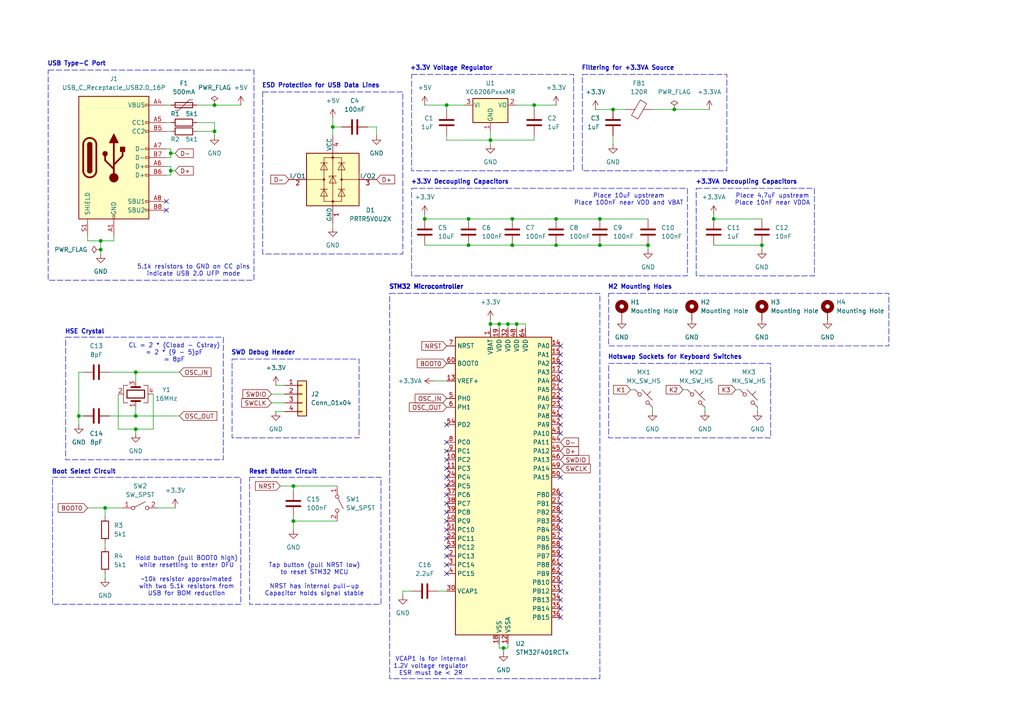
<source format=kicad_sch>
(kicad_sch (version 20231120) (generator "eeschema") (generator_version "8.0")
  (paper "A4")
  (title_block (title "Cloverpad MX") (date "2024-05-14") (rev "2"))
  (lib_symbols
    (symbol "Connector:USB_C_Receptacle_USB2.0_16P" (pin_names (offset 1.016))
      (property "Reference" "J" (at 0 22.225 0))
      (property "Value" "USB_C_Receptacle_USB2.0_16P" (at 0 19.685 0))
      (symbol "USB_C_Receptacle_USB2.0_16P_1_1"
        (pin passive line (at 0 -22.86 90) (length 5.08) (name "GND") (number "A1"))
        (pin passive line (at 0 -22.86 90) (length 5.08) hide (name "GND") (number "A12"))
        (pin passive line (at 15.24 15.24 180) (length 5.08) (name "VBUS") (number "A4"))
        (pin bidirectional line (at 15.24 10.16 180) (length 5.08) (name "CC1") (number "A5"))
        (pin bidirectional line (at 15.24 -2.54 180) (length 5.08) (name "D+") (number "A6"))
        (pin bidirectional line (at 15.24 2.54 180) (length 5.08) (name "D-") (number "A7"))
        (pin bidirectional line (at 15.24 -12.7 180) (length 5.08) (name "SBU1") (number "A8"))
        (pin passive line (at 15.24 15.24 180) (length 5.08) hide (name "VBUS") (number "A9"))
        (pin passive line (at 0 -22.86 90) (length 5.08) hide (name "GND") (number "B1"))
        (pin passive line (at 0 -22.86 90) (length 5.08) hide (name "GND") (number "B12"))
        (pin passive line (at 15.24 15.24 180) (length 5.08) hide (name "VBUS") (number "B4"))
        (pin bidirectional line (at 15.24 7.62 180) (length 5.08) (name "CC2") (number "B5"))
        (pin bidirectional line (at 15.24 -5.08 180) (length 5.08) (name "D+") (number "B6"))
        (pin bidirectional line (at 15.24 0 180) (length 5.08) (name "D-") (number "B7"))
        (pin bidirectional line (at 15.24 -15.24 180) (length 5.08) (name "SBU2") (number "B8"))
        (pin passive line (at 15.24 15.24 180) (length 5.08) hide (name "VBUS") (number "B9"))
        (pin passive line (at -7.62 -22.86 90) (length 5.08) (name "SHIELD") (number "S1"))
      )
    )
    (symbol "Connector_Generic:Conn_01x04" (pin_names (offset 1.016) hide)
      (property "Reference" "J" (at 0 5.08 0))
      (property "Value" "Conn_01x04" (at 0 -7.62 0))
      (symbol "Conn_01x04_1_1"
        (pin passive line (at -5.08 2.54 0) (length 3.81) (name "Pin_1") (number "1"))
        (pin passive line (at -5.08 0 0) (length 3.81) (name "Pin_2") (number "2"))
        (pin passive line (at -5.08 -2.54 0) (length 3.81) (name "Pin_3") (number "3"))
        (pin passive line (at -5.08 -5.08 0) (length 3.81) (name "Pin_4") (number "4"))
      )
    )
    (symbol "Device:C" (pin_numbers hide) (pin_names (offset 0.254))
      (property "Reference" "C" (at 0.635 2.54 0))
      (property "Value" "C" (at 0.635 -2.54 0))
      (symbol "C_1_1"
        (pin passive line (at 0 3.81 270) (length 2.794) (name "~") (number "1"))
        (pin passive line (at 0 -3.81 90) (length 2.794) (name "~") (number "2"))
      )
    )
    (symbol "Device:Crystal_GND24" (pin_names (offset 1.016) hide)
      (property "Reference" "Y" (at 3.175 5.08 0))
      (property "Value" "Crystal_GND24" (at 3.175 3.175 0))
      (symbol "Crystal_GND24_1_1"
        (pin passive line (at -3.81 0 0) (length 1.27) (name "1") (number "1"))
        (pin passive line (at 0 5.08 270) (length 1.27) (name "2") (number "2"))
        (pin passive line (at 3.81 0 180) (length 1.27) (name "3") (number "3"))
        (pin passive line (at 0 -5.08 90) (length 1.27) (name "4") (number "4"))
      )
    )
    (symbol "Device:FerriteBead" (pin_numbers hide) (pin_names (offset 0))
      (property "Reference" "FB" (at -3.81 0.635 90))
      (property "Value" "FerriteBead" (at 3.81 0 90))
      (symbol "FerriteBead_1_1"
        (pin passive line (at 0 3.81 270) (length 2.54) (name "~") (number "1"))
        (pin passive line (at 0 -3.81 90) (length 2.54) (name "~") (number "2"))
      )
    )
    (symbol "Device:Polyfuse" (pin_numbers hide) (pin_names (offset 0))
      (property "Reference" "F" (at -2.54 0 90))
      (property "Value" "Polyfuse" (at 2.54 0 90))
      (symbol "Polyfuse_1_1"
        (pin passive line (at 0 3.81 270) (length 1.27) (name "~") (number "1"))
        (pin passive line (at 0 -3.81 90) (length 1.27) (name "~") (number "2"))
      )
    )
    (symbol "Device:R" (pin_numbers hide) (pin_names (offset 0))
      (property "Reference" "R" (at 2.032 0 90))
      (property "Value" "R" (at 0 0 90))
      (symbol "R_1_1"
        (pin passive line (at 0 3.81 270) (length 1.27) (name "~") (number "1"))
        (pin passive line (at 0 -3.81 90) (length 1.27) (name "~") (number "2"))
      )
    )
    (symbol "MCU_ST_STM32F4:STM32F401RCTx"
      (property "Reference" "U" (at -12.7 44.45 0))
      (property "Value" "STM32F401RCTx" (at 10.16 44.45 0))
      (symbol "STM32F401RCTx_1_1"
        (pin power_in line (at -2.54 45.72 270) (length 2.54) (name "VBAT") (number "1"))
        (pin bidirectional line (at -15.24 7.62 0) (length 2.54) (name "PC2") (number "10"))
        (pin bidirectional line (at -15.24 5.08 0) (length 2.54) (name "PC3") (number "11"))
        (pin power_in line (at 2.54 -45.72 90) (length 2.54) (name "VSSA") (number "12"))
        (pin input line (at -15.24 30.48 0) (length 2.54) (name "VREF+") (number "13"))
        (pin bidirectional line (at 17.78 40.64 180) (length 2.54) (name "PA0") (number "14"))
        (pin bidirectional line (at 17.78 38.1 180) (length 2.54) (name "PA1") (number "15"))
        (pin bidirectional line (at 17.78 35.56 180) (length 2.54) (name "PA2") (number "16"))
        (pin bidirectional line (at 17.78 33.02 180) (length 2.54) (name "PA3") (number "17"))
        (pin power_in line (at 0 -45.72 90) (length 2.54) (name "VSS") (number "18"))
        (pin power_in line (at 0 45.72 270) (length 2.54) (name "VDD") (number "19"))
        (pin bidirectional line (at -15.24 -20.32 0) (length 2.54) (name "PC13") (number "2"))
        (pin bidirectional line (at 17.78 30.48 180) (length 2.54) (name "PA4") (number "20"))
        (pin bidirectional line (at 17.78 27.94 180) (length 2.54) (name "PA5") (number "21"))
        (pin bidirectional line (at 17.78 25.4 180) (length 2.54) (name "PA6") (number "22"))
        (pin bidirectional line (at 17.78 22.86 180) (length 2.54) (name "PA7") (number "23"))
        (pin bidirectional line (at -15.24 2.54 0) (length 2.54) (name "PC4") (number "24"))
        (pin bidirectional line (at -15.24 0 0) (length 2.54) (name "PC5") (number "25"))
        (pin bidirectional line (at 17.78 -2.54 180) (length 2.54) (name "PB0") (number "26"))
        (pin bidirectional line (at 17.78 -5.08 180) (length 2.54) (name "PB1") (number "27"))
        (pin bidirectional line (at 17.78 -7.62 180) (length 2.54) (name "PB2") (number "28"))
        (pin bidirectional line (at 17.78 -27.94 180) (length 2.54) (name "PB10") (number "29"))
        (pin bidirectional line (at -15.24 -22.86 0) (length 2.54) (name "PC14") (number "3"))
        (pin power_out line (at -15.24 -30.48 0) (length 2.54) (name "VCAP1") (number "30"))
        (pin passive line (at 0 -45.72 90) (length 2.54) hide (name "VSS") (number "31"))
        (pin power_in line (at 2.54 45.72 270) (length 2.54) (name "VDD") (number "32"))
        (pin bidirectional line (at 17.78 -30.48 180) (length 2.54) (name "PB12") (number "33"))
        (pin bidirectional line (at 17.78 -33.02 180) (length 2.54) (name "PB13") (number "34"))
        (pin bidirectional line (at 17.78 -35.56 180) (length 2.54) (name "PB14") (number "35"))
        (pin bidirectional line (at 17.78 -38.1 180) (length 2.54) (name "PB15") (number "36"))
        (pin bidirectional line (at -15.24 -2.54 0) (length 2.54) (name "PC6") (number "37"))
        (pin bidirectional line (at -15.24 -5.08 0) (length 2.54) (name "PC7") (number "38"))
        (pin bidirectional line (at -15.24 -7.62 0) (length 2.54) (name "PC8") (number "39"))
        (pin bidirectional line (at -15.24 -25.4 0) (length 2.54) (name "PC15") (number "4"))
        (pin bidirectional line (at -15.24 -10.16 0) (length 2.54) (name "PC9") (number "40"))
        (pin bidirectional line (at 17.78 20.32 180) (length 2.54) (name "PA8") (number "41"))
        (pin bidirectional line (at 17.78 17.78 180) (length 2.54) (name "PA9") (number "42"))
        (pin bidirectional line (at 17.78 15.24 180) (length 2.54) (name "PA10") (number "43"))
        (pin bidirectional line (at 17.78 12.7 180) (length 2.54) (name "PA11") (number "44"))
        (pin bidirectional line (at 17.78 10.16 180) (length 2.54) (name "PA12") (number "45"))
        (pin bidirectional line (at 17.78 7.62 180) (length 2.54) (name "PA13") (number "46"))
        (pin passive line (at 0 -45.72 90) (length 2.54) hide (name "VSS") (number "47"))
        (pin power_in line (at 5.08 45.72 270) (length 2.54) (name "VDD") (number "48"))
        (pin bidirectional line (at 17.78 5.08 180) (length 2.54) (name "PA14") (number "49"))
        (pin bidirectional line (at -15.24 25.4 0) (length 2.54) (name "PH0") (number "5"))
        (pin bidirectional line (at 17.78 2.54 180) (length 2.54) (name "PA15") (number "50"))
        (pin bidirectional line (at -15.24 -12.7 0) (length 2.54) (name "PC10") (number "51"))
        (pin bidirectional line (at -15.24 -15.24 0) (length 2.54) (name "PC11") (number "52"))
        (pin bidirectional line (at -15.24 -17.78 0) (length 2.54) (name "PC12") (number "53"))
        (pin bidirectional line (at -15.24 17.78 0) (length 2.54) (name "PD2") (number "54"))
        (pin bidirectional line (at 17.78 -10.16 180) (length 2.54) (name "PB3") (number "55"))
        (pin bidirectional line (at 17.78 -12.7 180) (length 2.54) (name "PB4") (number "56"))
        (pin bidirectional line (at 17.78 -15.24 180) (length 2.54) (name "PB5") (number "57"))
        (pin bidirectional line (at 17.78 -17.78 180) (length 2.54) (name "PB6") (number "58"))
        (pin bidirectional line (at 17.78 -20.32 180) (length 2.54) (name "PB7") (number "59"))
        (pin bidirectional line (at -15.24 22.86 0) (length 2.54) (name "PH1") (number "6"))
        (pin input line (at -15.24 35.56 0) (length 2.54) (name "BOOT0") (number "60"))
        (pin bidirectional line (at 17.78 -22.86 180) (length 2.54) (name "PB8") (number "61"))
        (pin bidirectional line (at 17.78 -25.4 180) (length 2.54) (name "PB9") (number "62"))
        (pin passive line (at 0 -45.72 90) (length 2.54) hide (name "VSS") (number "63"))
        (pin power_in line (at 7.62 45.72 270) (length 2.54) (name "VDD") (number "64"))
        (pin input line (at -15.24 40.64 0) (length 2.54) (name "NRST") (number "7"))
        (pin bidirectional line (at -15.24 12.7 0) (length 2.54) (name "PC0") (number "8"))
        (pin bidirectional line (at -15.24 10.16 0) (length 2.54) (name "PC1") (number "9"))
      )
    )
    (symbol "Mechanical:MountingHole_Pad" (pin_numbers hide) (pin_names (offset 1.016) hide) (exclude_from_sim yes) (in_bom no)
      (property "Reference" "H" (at 0 6.35 0))
      (property "Value" "MountingHole_Pad" (at 0 4.445 0))
      (symbol "MountingHole_Pad_1_1"
        (pin input line (at 0 -2.54 90) (length 2.54) (name "1") (number "1"))
      )
    )
    (symbol "PCM_marbastlib-mx:MX_SW_HS_CPG151101S11" (pin_numbers hide) (pin_names (offset 1.016) hide)
      (property "Reference" "MX" (at 3.048 1.016 0))
      (property "Value" "MX_SW_HS" (at 0 -3.81 0))
      (symbol "MX_SW_HS_CPG151101S11_0_1"
        (pin passive line (at -2.54 2.54 0) (length 0) (name "1") (number "1"))
        (pin passive line (at 2.54 -2.54 180) (length 0) (name "2") (number "2"))
      )
    )
    (symbol "Power_Protection:PRTR5V0U2X" (pin_names (offset 0))
      (property "Reference" "D" (at 2.794 8.636 0))
      (property "Value" "PRTR5V0U2X" (at 8.128 -9.398 0))
      (symbol "PRTR5V0U2X_1_1"
        (pin passive line (at 0 -12.7 90) (length 5.08) (name "GND") (number "1"))
        (pin passive line (at -12.7 0 0) (length 5.08) (name "I/O1") (number "2"))
        (pin passive line (at 12.7 0 180) (length 5.08) (name "I/O2") (number "3"))
        (pin passive line (at 0 12.7 270) (length 5.08) (name "VCC") (number "4"))
      )
    )
    (symbol "Regulator_Linear:XC6206PxxxMR" (pin_names (offset 0.254))
      (property "Reference" "U" (at -3.81 3.175 0))
      (property "Value" "XC6206PxxxMR" (at 0 3.175 0))
      (symbol "XC6206PxxxMR_1_1"
        (pin power_in line (at 0 -7.62 90) (length 2.54) (name "GND") (number "1"))
        (pin power_out line (at 7.62 0 180) (length 2.54) (name "VO") (number "2"))
        (pin power_in line (at -7.62 0 0) (length 2.54) (name "VI") (number "3"))
      )
    )
    (symbol "Switch:SW_SPST" (pin_names (offset 0) hide)
      (property "Reference" "SW" (at 0 3.175 0))
      (property "Value" "SW_SPST" (at 0 -2.54 0))
      (symbol "SW_SPST_1_1"
        (pin passive line (at -5.08 0 0) (length 2.54) (name "A") (number "1"))
        (pin passive line (at 5.08 0 180) (length 2.54) (name "B") (number "2"))
      )
    )
    (symbol "power:+3.3V" (power) (pin_numbers hide) (pin_names (offset 0) hide)
      (property "Value" "+3.3V" (at 0 3.556 0))
      (symbol "+3.3V_1_1"
        (pin power_in line (at 0 0 90) (length 0) (name "~") (number "1"))
      )
    )
    (symbol "power:+3.3VA" (power) (pin_numbers hide) (pin_names (offset 0) hide)
      (property "Value" "+3.3VA" (at 0 3.556 0))
      (symbol "+3.3VA_1_1"
        (pin power_in line (at 0 0 90) (length 0) (name "~") (number "1"))
      )
    )
    (symbol "power:+5V" (power) (pin_numbers hide) (pin_names (offset 0) hide)
      (property "Value" "+5V" (at 0 3.556 0))
      (symbol "+5V_1_1"
        (pin power_in line (at 0 0 90) (length 0) (name "~") (number "1"))
      )
    )
    (symbol "power:GND" (power) (pin_numbers hide) (pin_names (offset 0) hide)
      (property "Value" "GND" (at 0 -3.81 0))
      (symbol "GND_1_1"
        (pin power_in line (at 0 0 270) (length 0) (name "~") (number "1"))
      )
    )
    (symbol "power:PWR_FLAG" (power) (pin_numbers hide) (pin_names (offset 0) hide)
      (property "Value" "PWR_FLAG" (at 0 3.81 0))
      (symbol "PWR_FLAG_0_0"
        (pin power_out line (at 0 0 90) (length 0) (name "~") (number "1"))
      )
    )
  )
  (junction (at 29.21 69.85))
  (junction (at 149.86 93.98))
  (junction (at 49.53 44.45))
  (junction (at 39.37 107.95))
  (junction (at 220.98 71.12))
  (junction (at 177.8 31.75))
  (junction (at 195.58 31.75))
  (junction (at 29.21 72.39))
  (junction (at 148.59 71.12))
  (junction (at 161.29 63.5))
  (junction (at 129.54 30.48))
  (junction (at 39.37 124.46))
  (junction (at 96.52 36.83))
  (junction (at 62.23 38.1))
  (junction (at 142.24 40.64))
  (junction (at 49.53 49.53))
  (junction (at 22.86 120.65))
  (junction (at 39.37 120.65))
  (junction (at 142.24 93.98))
  (junction (at 85.09 151.13))
  (junction (at 207.01 63.5))
  (junction (at 135.89 63.5))
  (junction (at 173.99 71.12))
  (junction (at 187.96 71.12))
  (junction (at 147.32 93.98))
  (junction (at 161.29 71.12))
  (junction (at 30.48 147.32))
  (junction (at 135.89 71.12))
  (junction (at 154.94 30.48))
  (junction (at 144.78 93.98))
  (junction (at 146.05 187.96))
  (junction (at 62.23 30.48))
  (junction (at 85.09 140.97))
  (junction (at 123.19 63.5))
  (junction (at 148.59 63.5))
  (junction (at 173.99 63.5))
  (no_connect (at 129.54 161.29))
  (no_connect (at 129.54 166.37))
  (no_connect (at 162.56 115.57))
  (no_connect (at 162.56 125.73))
  (no_connect (at 162.56 173.99))
  (no_connect (at 162.56 179.07))
  (no_connect (at 129.54 146.05))
  (no_connect (at 129.54 128.27))
  (no_connect (at 162.56 107.95))
  (no_connect (at 162.56 151.13))
  (no_connect (at 162.56 176.53))
  (no_connect (at 48.26 58.42))
  (no_connect (at 162.56 143.51))
  (no_connect (at 129.54 143.51))
  (no_connect (at 162.56 120.65))
  (no_connect (at 162.56 146.05))
  (no_connect (at 129.54 163.83))
  (no_connect (at 162.56 166.37))
  (no_connect (at 129.54 133.35))
  (no_connect (at 162.56 123.19))
  (no_connect (at 129.54 140.97))
  (no_connect (at 162.56 156.21))
  (no_connect (at 129.54 135.89))
  (no_connect (at 129.54 153.67))
  (no_connect (at 162.56 148.59))
  (no_connect (at 162.56 118.11))
  (no_connect (at 162.56 158.75))
  (no_connect (at 162.56 100.33))
  (no_connect (at 162.56 110.49))
  (no_connect (at 129.54 123.19))
  (no_connect (at 48.26 60.96))
  (no_connect (at 162.56 113.03))
  (no_connect (at 162.56 105.41))
  (no_connect (at 162.56 168.91))
  (no_connect (at 129.54 138.43))
  (no_connect (at 129.54 151.13))
  (no_connect (at 162.56 153.67))
  (no_connect (at 129.54 148.59))
  (no_connect (at 129.54 158.75))
  (no_connect (at 162.56 161.29))
  (no_connect (at 162.56 138.43))
  (no_connect (at 162.56 102.87))
  (no_connect (at 129.54 156.21))
  (no_connect (at 129.54 130.81))
  (no_connect (at 162.56 163.83))
  (no_connect (at 162.56 171.45))
  (wire (pts (xy 207.01 62.23) (xy 207.01 63.5)))
  (wire (pts (xy 204.47 118.11) (xy 204.47 119.38)))
  (wire (pts (xy 78.74 116.84) (xy 82.55 116.84)))
  (wire (pts (xy 48.26 35.56) (xy 49.53 35.56)))
  (wire (pts (xy 22.86 120.65) (xy 24.13 120.65)))
  (wire (pts (xy 29.21 72.39) (xy 29.21 73.66)))
  (wire (pts (xy 106.68 36.83) (xy 109.22 36.83)))
  (wire (pts (xy 62.23 35.56) (xy 62.23 38.1)))
  (wire (pts (xy 116.84 171.45) (xy 119.38 171.45)))
  (wire (pts (xy 25.4 69.85) (xy 29.21 69.85)))
  (wire (pts (xy 96.52 36.83) (xy 96.52 39.37)))
  (wire (pts (xy 39.37 107.95) (xy 39.37 110.49)))
  (wire (pts (xy 142.24 40.64) (xy 142.24 41.91)))
  (wire (pts (xy 22.86 107.95) (xy 22.86 120.65)))
  (wire (pts (xy 109.22 36.83) (xy 109.22 39.37)))
  (wire (pts (xy 154.94 40.64) (xy 142.24 40.64)))
  (wire (pts (xy 49.53 48.26) (xy 49.53 49.53)))
  (wire (pts (xy 30.48 147.32) (xy 35.56 147.32)))
  (wire (pts (xy 25.4 68.58) (xy 25.4 69.85)))
  (wire (pts (xy 29.21 69.85) (xy 33.02 69.85)))
  (wire (pts (xy 147.32 93.98) (xy 147.32 95.25)))
  (wire (pts (xy 30.48 157.48) (xy 30.48 158.75)))
  (wire (pts (xy 123.19 30.48) (xy 129.54 30.48)))
  (wire (pts (xy 34.29 124.46) (xy 39.37 124.46)))
  (wire (pts (xy 147.32 93.98) (xy 144.78 93.98)))
  (wire (pts (xy 22.86 120.65) (xy 22.86 123.19)))
  (wire (pts (xy 39.37 118.11) (xy 39.37 120.65)))
  (wire (pts (xy 161.29 63.5) (xy 173.99 63.5)))
  (wire (pts (xy 154.94 30.48) (xy 154.94 31.75)))
  (wire (pts (xy 48.26 43.18) (xy 49.53 43.18)))
  (wire (pts (xy 144.78 186.69) (xy 144.78 187.96)))
  (wire (pts (xy 142.24 92.71) (xy 142.24 93.98)))
  (wire (pts (xy 123.19 63.5) (xy 135.89 63.5)))
  (wire (pts (xy 147.32 187.96) (xy 146.05 187.96)))
  (wire (pts (xy 144.78 93.98) (xy 144.78 95.25)))
  (wire (pts (xy 85.09 151.13) (xy 85.09 153.67)))
  (wire (pts (xy 129.54 30.48) (xy 134.62 30.48)))
  (wire (pts (xy 135.89 71.12) (xy 148.59 71.12)))
  (wire (pts (xy 62.23 30.48) (xy 69.85 30.48)))
  (wire (pts (xy 161.29 71.12) (xy 173.99 71.12)))
  (wire (pts (xy 48.26 38.1) (xy 49.53 38.1)))
  (wire (pts (xy 142.24 38.1) (xy 142.24 40.64)))
  (wire (pts (xy 125.73 110.49) (xy 129.54 110.49)))
  (wire (pts (xy 25.4 147.32) (xy 30.48 147.32)))
  (wire (pts (xy 148.59 63.5) (xy 161.29 63.5)))
  (wire (pts (xy 154.94 30.48) (xy 161.29 30.48)))
  (wire (pts (xy 85.09 151.13) (xy 97.79 151.13)))
  (wire (pts (xy 213.36 113.03) (xy 214.63 113.03)))
  (wire (pts (xy 49.53 50.8) (xy 49.53 49.53)))
  (wire (pts (xy 154.94 39.37) (xy 154.94 40.64)))
  (wire (pts (xy 49.53 44.45) (xy 50.8 44.45)))
  (wire (pts (xy 85.09 140.97) (xy 97.79 140.97)))
  (wire (pts (xy 129.54 39.37) (xy 129.54 40.64)))
  (wire (pts (xy 45.72 147.32) (xy 50.8 147.32)))
  (wire (pts (xy 30.48 166.37) (xy 30.48 167.64)))
  (wire (pts (xy 129.54 30.48) (xy 129.54 31.75)))
  (wire (pts (xy 147.32 186.69) (xy 147.32 187.96)))
  (wire (pts (xy 85.09 149.86) (xy 85.09 151.13)))
  (wire (pts (xy 219.71 118.11) (xy 219.71 119.38)))
  (wire (pts (xy 31.75 107.95) (xy 39.37 107.95)))
  (wire (pts (xy 48.26 30.48) (xy 49.53 30.48)))
  (wire (pts (xy 198.12 113.03) (xy 199.39 113.03)))
  (wire (pts (xy 173.99 71.12) (xy 187.96 71.12)))
  (wire (pts (xy 29.21 69.85) (xy 29.21 72.39)))
  (wire (pts (xy 80.01 111.76) (xy 82.55 111.76)))
  (wire (pts (xy 62.23 38.1) (xy 62.23 39.37)))
  (wire (pts (xy 49.53 49.53) (xy 50.8 49.53)))
  (wire (pts (xy 123.19 71.12) (xy 135.89 71.12)))
  (wire (pts (xy 96.52 34.29) (xy 96.52 36.83)))
  (wire (pts (xy 182.88 113.03) (xy 184.15 113.03)))
  (wire (pts (xy 44.45 114.3) (xy 44.45 124.46)))
  (wire (pts (xy 142.24 93.98) (xy 142.24 95.25)))
  (wire (pts (xy 148.59 71.12) (xy 161.29 71.12)))
  (wire (pts (xy 144.78 187.96) (xy 146.05 187.96)))
  (wire (pts (xy 49.53 43.18) (xy 49.53 44.45)))
  (wire (pts (xy 85.09 140.97) (xy 85.09 142.24)))
  (wire (pts (xy 57.15 38.1) (xy 62.23 38.1)))
  (wire (pts (xy 30.48 147.32) (xy 30.48 149.86)))
  (wire (pts (xy 39.37 107.95) (xy 52.07 107.95)))
  (wire (pts (xy 220.98 71.12) (xy 220.98 72.39)))
  (wire (pts (xy 39.37 120.65) (xy 52.07 120.65)))
  (wire (pts (xy 44.45 124.46) (xy 39.37 124.46)))
  (wire (pts (xy 177.8 39.37) (xy 177.8 41.91)))
  (wire (pts (xy 152.4 93.98) (xy 149.86 93.98)))
  (wire (pts (xy 96.52 64.77) (xy 96.52 66.04)))
  (wire (pts (xy 149.86 93.98) (xy 147.32 93.98)))
  (wire (pts (xy 22.86 107.95) (xy 24.13 107.95)))
  (wire (pts (xy 149.86 93.98) (xy 149.86 95.25)))
  (wire (pts (xy 135.89 63.5) (xy 148.59 63.5)))
  (wire (pts (xy 144.78 93.98) (xy 142.24 93.98)))
  (wire (pts (xy 78.74 114.3) (xy 82.55 114.3)))
  (wire (pts (xy 207.01 71.12) (xy 220.98 71.12)))
  (wire (pts (xy 177.8 31.75) (xy 181.61 31.75)))
  (wire (pts (xy 57.15 30.48) (xy 62.23 30.48)))
  (wire (pts (xy 127 171.45) (xy 129.54 171.45)))
  (wire (pts (xy 195.58 31.75) (xy 205.74 31.75)))
  (wire (pts (xy 57.15 35.56) (xy 62.23 35.56)))
  (wire (pts (xy 146.05 187.96) (xy 146.05 189.23)))
  (wire (pts (xy 48.26 50.8) (xy 49.53 50.8)))
  (wire (pts (xy 152.4 95.25) (xy 152.4 93.98)))
  (wire (pts (xy 187.96 71.12) (xy 187.96 72.39)))
  (wire (pts (xy 207.01 63.5) (xy 220.98 63.5)))
  (wire (pts (xy 172.72 31.75) (xy 177.8 31.75)))
  (wire (pts (xy 39.37 124.46) (xy 39.37 125.73)))
  (wire (pts (xy 80.01 119.38) (xy 82.55 119.38)))
  (wire (pts (xy 33.02 68.58) (xy 33.02 69.85)))
  (wire (pts (xy 149.86 30.48) (xy 154.94 30.48)))
  (wire (pts (xy 49.53 45.72) (xy 49.53 44.45)))
  (wire (pts (xy 129.54 40.64) (xy 142.24 40.64)))
  (wire (pts (xy 81.28 140.97) (xy 85.09 140.97)))
  (wire (pts (xy 189.23 118.11) (xy 189.23 119.38)))
  (wire (pts (xy 116.84 172.72) (xy 116.84 171.45)))
  (wire (pts (xy 48.26 48.26) (xy 49.53 48.26)))
  (wire (pts (xy 48.26 45.72) (xy 49.53 45.72)))
  (wire (pts (xy 34.29 114.3) (xy 34.29 124.46)))
  (wire (pts (xy 123.19 62.23) (xy 123.19 63.5)))
  (wire (pts (xy 173.99 63.5) (xy 187.96 63.5)))
  (wire (pts (xy 96.52 36.83) (xy 99.06 36.83)))
  (wire (pts (xy 31.75 120.65) (xy 39.37 120.65)))
  (wire (pts (xy 189.23 31.75) (xy 195.58 31.75)))
  (rectangle (start 19.05 97.79) (end 64.77 133.35) (stroke (width 0) (type dash)))
  (rectangle (start 201.93 54.61) (end 236.22 80.01) (stroke (width 0) (type dash)))
  (rectangle (start 176.53 85.09) (end 257.81 100.33) (stroke (width 0) (type dash)))
  (rectangle (start 119.38 21.59) (end 166.37 49.53) (stroke (width 0) (type dash)))
  (rectangle (start 168.91 21.59) (end 210.82 49.53) (stroke (width 0) (type dash)))
  (rectangle (start 76.2 26.67) (end 116.84 73.66) (stroke (width 0) (type dash)))
  (rectangle (start 113.03 85.09) (end 173.99 196.85) (stroke (width 0) (type dash)))
  (rectangle (start 119.38 54.61) (end 199.39 80.01) (stroke (width 0) (type dash)))
  (rectangle (start 67.31 104.14) (end 104.14 127) (stroke (width 0) (type dash)))
  (rectangle (start 176.53 105.41) (end 223.52 127) (stroke (width 0) (type dash)))
  (rectangle (start 72.39 138.43) (end 110.49 175.26) (stroke (width 0) (type dash)))
  (rectangle (start 13.97 20.32) (end 73.66 81.28) (stroke (width 0) (type dash)))
  (rectangle (start 15.24 138.43) (end 69.85 175.26) (stroke (width 0) (type dash)))
  (text "VCAP1 is for internal\n1.2V voltage regulator\nESR must be < 2R" (at 124.968 193.294 0) (effects (font (size 1.27 1.27))))
  (text "HSE Crystal" (at 18.796 96.266 0) (effects (font (size 1.27 1.27) (thickness 0.254) (bold yes)) (justify left)))
  (text "M2 Mounting Holes" (at 176.276 83.312 0) (effects (font (size 1.27 1.27) (thickness 0.254) (bold yes)) (justify left)))
  (text "Place 10uF upstream\nPlace 100nF near VDD and VBAT" (at 182.372 57.912 0) (effects (font (size 1.27 1.27))))
  (text "+3.3V Decoupling Capacitors" (at 119.126 52.832 0) (effects (font (size 1.27 1.27) (thickness 0.254) (bold yes)) (justify left)))
  (text "Filtering for +3.3VA Source" (at 168.656 19.812 0) (effects (font (size 1.27 1.27) (thickness 0.254) (bold yes)) (justify left)))
  (text "5.1k resistors to GND on CC pins\nindicate USB 2.0 UFP mode" (at 56.134 80.264 0) (effects (font (size 1.27 1.27)) (justify bottom)))
  (text "ESD Protection for USB Data Lines" (at 75.946 24.892 0) (effects (font (size 1.27 1.27) (thickness 0.254) (bold yes)) (justify left)))
  (text "USB Type-C Port" (at 13.716 18.542 0) (effects (font (size 1.27 1.27) (thickness 0.254) (bold yes)) (justify left)))
  (text "+3.3VA Decoupling Capacitors" (at 201.676 52.832 0) (effects (font (size 1.27 1.27) (thickness 0.254) (bold yes)) (justify left)))
  (text "Hotswap Sockets for Keyboard Switches" (at 176.276 103.632 0) (effects (font (size 1.27 1.27) (thickness 0.254) (bold yes)) (justify left)))
  (text "Tap button (pull NRST low)\nto reset STM32 MCU\n\nNRST has internal pull-up\nCapacitor holds signal stable" (at 91.186 168.148 0) (effects (font (size 1.27 1.27))))
  (text "Boot Select Circuit" (at 14.986 136.906 0) (effects (font (size 1.27 1.27) (thickness 0.254) (bold yes)) (justify left)))
  (text "Reset Button Circuit" (at 72.136 136.906 0) (effects (font (size 1.27 1.27) (thickness 0.254) (bold yes)) (justify left)))
  (text "Hold button (pull BOOT0 high)\nwhile resetting to enter DFU\n\n~10k resistor approximated\nwith two 5.1k resistors from\nUSB for BOM reduction" (at 54.102 167.132 0) (effects (font (size 1.27 1.27))))
  (text "SWD Debug Header" (at 67.056 102.362 0) (effects (font (size 1.27 1.27) (thickness 0.254) (bold yes)) (justify left)))
  (text "STM32 Microcontroller" (at 112.776 83.312 0) (effects (font (size 1.27 1.27) (thickness 0.308) (bold yes)) (justify left)))
  (text "CL = 2 * (Cload - Cstray)\n= 2 * (9 - 5)pF\n= 8pF" (at 50.546 102.362 0) (effects (font (size 1.27 1.27))))
  (text "Place 4.7uF upstream\nPlace 10nF near VDDA" (at 224.028 57.912 0) (effects (font (size 1.27 1.27))))
  (text "+3.3V Voltage Regulator" (at 118.872 19.812 0) (effects (font (size 1.27 1.27) (thickness 0.254) (bold yes)) (justify left)))
  (global_label "SWDIO" (shape input) (at 162.56 133.35 0) (property "Intersheetrefs" "${INTERSHEET_REFS}" (effects (hide yes))))
  (global_label "K2" (shape input) (at 198.12 113.03 180) (property "Intersheetrefs" "${INTERSHEET_REFS}" (effects (hide yes))))
  (global_label "SWCLK" (shape input) (at 162.56 135.89 0) (property "Intersheetrefs" "${INTERSHEET_REFS}" (effects (hide yes))))
  (global_label "SWCLK" (shape input) (at 78.74 116.84 180) (property "Intersheetrefs" "${INTERSHEET_REFS}" (effects (hide yes))))
  (global_label "NRST" (shape input) (at 129.54 100.33 180) (property "Intersheetrefs" "${INTERSHEET_REFS}" (effects (hide yes))))
  (global_label "K1" (shape input) (at 182.88 113.03 180) (property "Intersheetrefs" "${INTERSHEET_REFS}" (effects (hide yes))))
  (global_label "OSC_OUT" (shape input) (at 129.54 118.11 180) (property "Intersheetrefs" "${INTERSHEET_REFS}" (effects (hide yes))))
  (global_label "BOOT0" (shape input) (at 129.54 105.41 180) (property "Intersheetrefs" "${INTERSHEET_REFS}" (effects (hide yes))))
  (global_label "OSC_IN" (shape input) (at 129.54 115.57 180) (property "Intersheetrefs" "${INTERSHEET_REFS}" (effects (hide yes))))
  (global_label "D+" (shape input) (at 162.56 130.81 0) (property "Intersheetrefs" "${INTERSHEET_REFS}" (effects (hide yes))))
  (global_label "OSC_OUT" (shape input) (at 52.07 120.65 0) (property "Intersheetrefs" "${INTERSHEET_REFS}" (effects (hide yes))))
  (global_label "D+" (shape input) (at 109.22 52.07 0) (property "Intersheetrefs" "${INTERSHEET_REFS}" (effects (hide yes))))
  (global_label "SWDIO" (shape input) (at 78.74 114.3 180) (property "Intersheetrefs" "${INTERSHEET_REFS}" (effects (hide yes))))
  (global_label "D-" (shape input) (at 83.82 52.07 180) (property "Intersheetrefs" "${INTERSHEET_REFS}" (effects (hide yes))))
  (global_label "D-" (shape input) (at 50.8 44.45 0) (property "Intersheetrefs" "${INTERSHEET_REFS}" (effects (hide yes))))
  (global_label "BOOT0" (shape input) (at 25.4 147.32 180) (property "Intersheetrefs" "${INTERSHEET_REFS}" (effects (hide yes))))
  (global_label "K3" (shape input) (at 213.36 113.03 180) (property "Intersheetrefs" "${INTERSHEET_REFS}" (effects (hide yes))))
  (global_label "NRST" (shape input) (at 81.28 140.97 180) (property "Intersheetrefs" "${INTERSHEET_REFS}" (effects (hide yes))))
  (global_label "D+" (shape input) (at 50.8 49.53 0) (property "Intersheetrefs" "${INTERSHEET_REFS}" (effects (hide yes))))
  (global_label "OSC_IN" (shape input) (at 52.07 107.95 0) (property "Intersheetrefs" "${INTERSHEET_REFS}" (effects (hide yes))))
  (global_label "D-" (shape input) (at 162.56 128.27 0) (property "Intersheetrefs" "${INTERSHEET_REFS}" (effects (hide yes))))
  (symbol (lib_id "Device:C") (at 177.8 35.56 0) (mirror y) (unit 1)
    (property "Reference" "C3" (at 173.99 34.2899 0) (effects (justify left)))
    (property "Value" "1uF" (at 173.99 36.8299 0) (effects (justify left)))
    (property "Footprint" "Capacitor_SMD:C_0402_1005Metric" (effects (hide yes)))
    (property "Description" "Unpolarized capacitor" (effects (hide yes)))
    (property "LCSC" "C52923" (effects (hide yes)))
  )
  (symbol (lib_id "Mechanical:MountingHole_Pad") (at 240.03 90.17 0) (unit 1) (exclude_from_sim yes) (in_bom no)
    (property "Reference" "H4" (at 242.57 87.6299 0) (effects (justify left)))
    (property "Value" "Mounting Hole" (at 242.57 90.1699 0) (effects (justify left)))
    (property "Footprint" "MountingHole:MountingHole_2.2mm_M2_Pad" (effects (hide yes)))
    (property "Description" "Mounting Hole with connection" (effects (hide yes)))
  )
  (symbol (lib_id "Switch:SW_SPST") (at 40.64 147.32 0) (unit 1)
    (property "Reference" "SW2" (at 40.64 140.97 0))
    (property "Value" "SW_SPST" (at 40.64 143.51 0))
    (property "Footprint" "Button_Switch_SMD:SW_SPST_TL3342" (effects (hide yes)))
    (property "Description" "Single Pole Single Throw (SPST) switch" (effects (hide yes)))
    (property "LCSC" "C318884" (effects (hide yes)))
  )
  (symbol (lib_id "power:GND") (at 180.34 92.71 0) (unit 1)
    (property "Reference" "#PWR018" (effects (hide yes)))
    (property "Value" "GND" (at 180.34 97.79 0))
    (property "Description" "Power symbol creates a global label with name \"GND\" , ground" (effects (hide yes)))
  )
  (symbol (lib_id "Switch:SW_SPST") (at 97.79 146.05 270) (unit 1)
    (property "Reference" "SW1" (at 100.33 144.7799 90) (effects (justify left)))
    (property "Value" "SW_SPST" (at 100.33 147.3199 90) (effects (justify left)))
    (property "Footprint" "Button_Switch_SMD:SW_SPST_TL3342" (effects (hide yes)))
    (property "Description" "Single Pole Single Throw (SPST) switch" (effects (hide yes)))
    (property "LCSC" "C318884" (effects (hide yes)))
  )
  (symbol (lib_id "power:GND") (at 30.48 167.64 0) (unit 1)
    (property "Reference" "#PWR032" (effects (hide yes)))
    (property "Value" "GND" (at 30.48 172.72 0))
    (property "Description" "Power symbol creates a global label with name \"GND\" , ground" (effects (hide yes)))
  )
  (symbol (lib_id "Mechanical:MountingHole_Pad") (at 200.66 90.17 0) (unit 1) (exclude_from_sim yes) (in_bom no)
    (property "Reference" "H2" (at 203.2 87.6299 0) (effects (justify left)))
    (property "Value" "Mounting Hole" (at 203.2 90.1699 0) (effects (justify left)))
    (property "Footprint" "MountingHole:MountingHole_2.2mm_M2_Pad" (effects (hide yes)))
    (property "Description" "Mounting Hole with connection" (effects (hide yes)))
  )
  (symbol (lib_id "Connector_Generic:Conn_01x04") (at 87.63 114.3 0) (unit 1)
    (property "Reference" "J2" (at 90.17 114.2999 0) (effects (justify left)))
    (property "Value" "Conn_01x04" (at 90.17 116.8399 0) (effects (justify left)))
    (property "Footprint" "Connector_PinHeader_2.54mm:PinHeader_1x04_P2.54mm_Horizontal" (effects (hide yes)))
    (property "Description" "Generic connector, single row, 01x04, script generated (kicad-library-utils/schlib/autogen/connector/)" (effects (hide yes)))
    (property "LCSC" "C91552" (effects (hide yes)))
  )
  (symbol (lib_id "PCM_marbastlib-mx:MX_SW_HS_CPG151101S11") (at 201.93 115.57 0) (unit 1)
    (property "Reference" "MX2" (at 201.93 107.95 0))
    (property "Value" "MX_SW_HS" (at 201.93 110.49 0))
    (property "Footprint" "PCM_marbastlib-mx:SW_MX_HS_CPG151101S11_1u" (effects (hide yes)))
    (property "Description" "Push button switch, normally open, two pins, 45° tilted, Kailh CPG151101S11 for Cherry MX style switches" (effects (hide yes)))
    (property "LCSC" "C5156480" (effects (hide yes)))
  )
  (symbol (lib_id "power:GND") (at 219.71 119.38 0) (unit 1)
    (property "Reference" "#PWR027" (effects (hide yes)))
    (property "Value" "GND" (at 219.71 124.46 0))
    (property "Description" "Power symbol creates a global label with name \"GND\" , ground" (effects (hide yes)))
  )
  (symbol (lib_id "Device:C") (at 102.87 36.83 90) (unit 1)
    (property "Reference" "C4" (at 102.87 29.21 90))
    (property "Value" "100nF" (at 102.87 31.75 90))
    (property "Footprint" "Capacitor_SMD:C_0402_1005Metric" (effects (hide yes)))
    (property "Description" "Unpolarized capacitor" (effects (hide yes)))
    (property "LCSC" "C1525" (effects (hide yes)))
  )
  (symbol (lib_id "Device:R") (at 30.48 153.67 180) (unit 1)
    (property "Reference" "R3" (at 33.02 152.3999 0) (effects (justify right)))
    (property "Value" "5k1" (at 33.02 154.9399 0) (effects (justify right)))
    (property "Footprint" "Resistor_SMD:R_0402_1005Metric" (effects (hide yes)))
    (property "Description" "Resistor" (effects (hide yes)))
    (property "LCSC" "C25905" (effects (hide yes)))
  )
  (symbol (lib_id "Power_Protection:PRTR5V0U2X") (at 96.52 52.07 0) (unit 1)
    (property "Reference" "D1" (at 107.442 60.96 0))
    (property "Value" "PRTR5V0U2X" (at 107.442 63.5 0))
    (property "Footprint" "Package_TO_SOT_SMD:SOT-143" (effects (hide yes)))
    (property "Datasheet" "https://assets.nexperia.com/documents/data-sheet/PRTR5V0U2X.pdf" (effects (hide yes)))
    (property "Description" "Ultra low capacitance double rail-to-rail ESD protection diode, SOT-143" (effects (hide yes)))
    (property "LCSC" "C2827688" (effects (hide yes)))
  )
  (symbol (lib_id "power:GND") (at 200.66 92.71 0) (unit 1)
    (property "Reference" "#PWR019" (effects (hide yes)))
    (property "Value" "GND" (at 200.66 97.79 0))
    (property "Description" "Power symbol creates a global label with name \"GND\" , ground" (effects (hide yes)))
  )
  (symbol (lib_id "power:+5V") (at 123.19 30.48 0) (unit 1)
    (property "Reference" "#PWR02" (effects (hide yes)))
    (property "Value" "+5V" (at 123.19 25.4 0))
    (property "Description" "Power symbol creates a global label with name \"+5V\"" (effects (hide yes)))
  )
  (symbol (lib_id "MCU_ST_STM32F4:STM32F401RCTx") (at 144.78 140.97 0) (unit 1)
    (property "Reference" "U2" (at 149.5141 186.69 0) (effects (justify left)))
    (property "Value" "STM32F401RCTx" (at 149.5141 189.23 0) (effects (justify left)))
    (property "Footprint" "Package_QFP:LQFP-64_10x10mm_P0.5mm" (effects (hide yes)))
    (property "Datasheet" "https://www.st.com/resource/en/datasheet/stm32f401rc.pdf" (effects (hide yes)))
    (property "Description" "STMicroelectronics Arm Cortex-M4 MCU, 256KB flash, 64KB RAM, 84 MHz, 1.7-3.6V, 50 GPIO, LQFP64" (effects (hide yes)))
    (property "LCSC" "C74524" (effects (hide yes)))
  )
  (symbol (lib_id "Device:C") (at 135.89 67.31 0) (unit 1)
    (property "Reference" "C6" (at 139.7 66.0399 0) (effects (justify left)))
    (property "Value" "100nF" (at 139.7 68.5799 0) (effects (justify left)))
    (property "Footprint" "Capacitor_SMD:C_0402_1005Metric" (effects (hide yes)))
    (property "Description" "Unpolarized capacitor" (effects (hide yes)))
    (property "LCSC" "C1525" (effects (hide yes)))
  )
  (symbol (lib_id "power:+3.3V") (at 123.19 62.23 0) (unit 1)
    (property "Reference" "#PWR011" (effects (hide yes)))
    (property "Value" "+3.3V" (at 123.19 57.15 0))
    (property "Description" "Power symbol creates a global label with name \"+3.3V\"" (effects (hide yes)))
  )
  (symbol (lib_id "Device:C") (at 154.94 35.56 0) (unit 1)
    (property "Reference" "C2" (at 158.75 34.2899 0) (effects (justify left)))
    (property "Value" "1uF" (at 158.75 36.8299 0) (effects (justify left)))
    (property "Footprint" "Capacitor_SMD:C_0402_1005Metric" (effects (hide yes)))
    (property "Description" "Unpolarized capacitor" (effects (hide yes)))
    (property "LCSC" "C52923" (effects (hide yes)))
  )
  (symbol (lib_id "power:GND") (at 220.98 72.39 0) (unit 1)
    (property "Reference" "#PWR015" (effects (hide yes)))
    (property "Value" "GND" (at 220.98 77.47 0))
    (property "Description" "Power symbol creates a global label with name \"GND\" , ground" (effects (hide yes)))
  )
  (symbol (lib_id "power:+5V") (at 69.85 30.48 0) (unit 1)
    (property "Reference" "#PWR01" (effects (hide yes)))
    (property "Value" "+5V" (at 69.85 25.4 0))
    (property "Description" "Power symbol creates a global label with name \"+5V\"" (effects (hide yes)))
  )
  (symbol (lib_id "power:GND") (at 85.09 153.67 0) (unit 1)
    (property "Reference" "#PWR031" (effects (hide yes)))
    (property "Value" "GND" (at 85.09 158.75 0))
    (property "Description" "Power symbol creates a global label with name \"GND\" , ground" (effects (hide yes)))
  )
  (symbol (lib_id "power:GND") (at 240.03 92.71 0) (unit 1)
    (property "Reference" "#PWR021" (effects (hide yes)))
    (property "Value" "GND" (at 240.03 97.79 0))
    (property "Description" "Power symbol creates a global label with name \"GND\" , ground" (effects (hide yes)))
  )
  (symbol (lib_id "power:+3.3VA") (at 207.01 62.23 0) (unit 1)
    (property "Reference" "#PWR012" (effects (hide yes)))
    (property "Value" "+3.3VA" (at 207.01 57.15 0))
    (property "Description" "Power symbol creates a global label with name \"+3.3VA\"" (effects (hide yes)))
  )
  (symbol (lib_id "power:GND") (at 189.23 119.38 0) (unit 1)
    (property "Reference" "#PWR025" (effects (hide yes)))
    (property "Value" "GND" (at 189.23 124.46 0))
    (property "Description" "Power symbol creates a global label with name \"GND\" , ground" (effects (hide yes)))
  )
  (symbol (lib_id "power:GND") (at 146.05 189.23 0) (unit 1)
    (property "Reference" "#PWR034" (effects (hide yes)))
    (property "Value" "GND" (at 146.05 194.31 0))
    (property "Description" "Power symbol creates a global label with name \"GND\" , ground" (effects (hide yes)))
  )
  (symbol (lib_id "Regulator_Linear:XC6206PxxxMR") (at 142.24 30.48 0) (unit 1)
    (property "Reference" "U1" (at 142.24 24.13 0))
    (property "Value" "XC6206PxxxMR" (at 142.24 26.67 0))
    (property "Footprint" "Package_TO_SOT_SMD:SOT-23-3" (effects (hide yes)))
    (property "Datasheet" "https://www.torexsemi.com/file/xc6206/XC6206.pdf" (effects (hide yes)))
    (property "Description" "Positive 60-250mA Low Dropout Regulator, Fixed Output, SOT-23" (effects (hide yes)))
    (property "LCSC" "C5446" (effects (hide yes)))
  )
  (symbol (lib_id "Device:C") (at 148.59 67.31 0) (unit 1)
    (property "Reference" "C7" (at 152.4 66.0399 0) (effects (justify left)))
    (property "Value" "100nF" (at 152.4 68.5799 0) (effects (justify left)))
    (property "Footprint" "Capacitor_SMD:C_0402_1005Metric" (effects (hide yes)))
    (property "Description" "Unpolarized capacitor" (effects (hide yes)))
    (property "LCSC" "C1525" (effects (hide yes)))
  )
  (symbol (lib_id "power:GND") (at 142.24 41.91 0) (unit 1)
    (property "Reference" "#PWR09" (effects (hide yes)))
    (property "Value" "GND" (at 142.24 46.99 0))
    (property "Description" "Power symbol creates a global label with name \"GND\" , ground" (effects (hide yes)))
  )
  (symbol (lib_id "power:+3.3V") (at 50.8 147.32 0) (unit 1)
    (property "Reference" "#PWR030" (effects (hide yes)))
    (property "Value" "+3.3V" (at 50.8 142.24 0))
    (property "Description" "Power symbol creates a global label with name \"+3.3V\"" (effects (hide yes)))
  )
  (symbol (lib_id "power:+3.3V") (at 142.24 92.71 0) (unit 1)
    (property "Reference" "#PWR017" (effects (hide yes)))
    (property "Value" "+3.3V" (at 142.24 87.63 0))
    (property "Description" "Power symbol creates a global label with name \"+3.3V\"" (effects (hide yes)))
  )
  (symbol (lib_id "Device:C") (at 207.01 67.31 0) (unit 1)
    (property "Reference" "C11" (at 210.82 66.0399 0) (effects (justify left)))
    (property "Value" "1uF" (at 210.82 68.5799 0) (effects (justify left)))
    (property "Footprint" "Capacitor_SMD:C_0402_1005Metric" (effects (hide yes)))
    (property "Description" "Unpolarized capacitor" (effects (hide yes)))
    (property "LCSC" "C52923" (effects (hide yes)))
  )
  (symbol (lib_id "power:GND") (at 80.01 119.38 0) (unit 1)
    (property "Reference" "#PWR024" (effects (hide yes)))
    (property "Value" "GND" (at 80.01 124.46 0))
    (property "Description" "Power symbol creates a global label with name \"GND\" , ground" (effects (hide yes)))
  )
  (symbol (lib_id "Connector:USB_C_Receptacle_USB2.0_16P") (at 33.02 45.72 0) (unit 1)
    (property "Reference" "J1" (at 33.02 22.86 0))
    (property "Value" "USB_C_Receptacle_USB2.0_16P" (at 33.02 25.4 0))
    (property "Footprint" "PCM_marbastlib-various:USB_C_Receptacle_HRO_TYPE-C-31-M-12" (effects (hide yes)))
    (property "Datasheet" "https://www.usb.org/sites/default/files/documents/usb_type-c.zip" (effects (hide yes)))
    (property "Description" "USB 2.0-only 16P Type-C Receptacle connector" (effects (hide yes)))
    (property "LCSC" "C165948" (effects (hide yes)))
  )
  (symbol (lib_id "power:GND") (at 96.52 66.04 0) (unit 1)
    (property "Reference" "#PWR013" (effects (hide yes)))
    (property "Value" "GND" (at 96.52 71.12 0))
    (property "Description" "Power symbol creates a global label with name \"GND\" , ground" (effects (hide yes)))
  )
  (symbol (lib_id "power:GND") (at 29.21 73.66 0) (unit 1)
    (property "Reference" "#PWR016" (effects (hide yes)))
    (property "Value" "GND" (at 29.21 78.74 0))
    (property "Description" "Power symbol creates a global label with name \"GND\" , ground" (effects (hide yes)))
  )
  (symbol (lib_id "power:GND") (at 22.86 123.19 0) (unit 1)
    (property "Reference" "#PWR028" (effects (hide yes)))
    (property "Value" "GND" (at 22.86 128.27 0))
    (property "Description" "Power symbol creates a global label with name \"GND\" , ground" (effects (hide yes)))
  )
  (symbol (lib_id "Device:Crystal_GND24") (at 39.37 114.3 90) (unit 1)
    (property "Reference" "Y1" (at 48.26 113.03 90))
    (property "Value" "16MHz" (at 48.26 115.57 90))
    (property "Footprint" "Crystal:Crystal_SMD_3225-4Pin_3.2x2.5mm" (effects (hide yes)))
    (property "Description" "Four pin crystal, GND on pins 2 and 4" (effects (hide yes)))
    (property "LCSC" "C13738" (effects (hide yes)))
  )
  (symbol (lib_id "Device:FerriteBead") (at 185.42 31.75 90) (unit 1)
    (property "Reference" "FB1" (at 185.3692 24.13 90))
    (property "Value" "120R" (at 185.3692 26.67 90))
    (property "Footprint" "Inductor_SMD:L_0402_1005Metric" (effects (hide yes)))
    (property "Description" "Ferrite bead" (effects (hide yes)))
    (property "LCSC" "C141722" (effects (hide yes)))
  )
  (symbol (lib_id "power:PWR_FLAG") (at 29.21 72.39 90) (unit 1)
    (property "Reference" "#FLG03" (effects (hide yes)))
    (property "Value" "PWR_FLAG" (at 25.4 72.3899 90) (effects (justify left)))
    (property "Description" "Special symbol for telling ERC where power comes from" (effects (hide yes)))
  )
  (symbol (lib_id "Device:C") (at 27.94 107.95 90) (unit 1)
    (property "Reference" "C13" (at 27.94 100.33 90))
    (property "Value" "8pF" (at 27.94 102.87 90))
    (property "Footprint" "Capacitor_SMD:C_0402_1005Metric" (effects (hide yes)))
    (property "Description" "Unpolarized capacitor" (effects (hide yes)))
    (property "LCSC" "C296006" (effects (hide yes)))
  )
  (symbol (lib_id "power:GND") (at 109.22 39.37 0) (unit 1)
    (property "Reference" "#PWR08" (effects (hide yes)))
    (property "Value" "GND" (at 109.22 44.45 0))
    (property "Description" "Power symbol creates a global label with name \"GND\" , ground" (effects (hide yes)))
  )
  (symbol (lib_id "power:GND") (at 220.98 92.71 0) (unit 1)
    (property "Reference" "#PWR020" (effects (hide yes)))
    (property "Value" "GND" (at 220.98 97.79 0))
    (property "Description" "Power symbol creates a global label with name \"GND\" , ground" (effects (hide yes)))
  )
  (symbol (lib_id "power:+3.3V") (at 80.01 111.76 0) (unit 1)
    (property "Reference" "#PWR023" (effects (hide yes)))
    (property "Value" "+3.3V" (at 80.01 106.68 0))
    (property "Description" "Power symbol creates a global label with name \"+3.3V\"" (effects (hide yes)))
  )
  (symbol (lib_id "power:GND") (at 62.23 39.37 0) (unit 1)
    (property "Reference" "#PWR07" (effects (hide yes)))
    (property "Value" "GND" (at 62.23 44.45 0))
    (property "Description" "Power symbol creates a global label with name \"GND\" , ground" (effects (hide yes)))
  )
  (symbol (lib_id "power:GND") (at 177.8 41.91 0) (unit 1)
    (property "Reference" "#PWR010" (effects (hide yes)))
    (property "Value" "GND" (at 177.8 46.99 0))
    (property "Description" "Power symbol creates a global label with name \"GND\" , ground" (effects (hide yes)))
  )
  (symbol (lib_id "Device:C") (at 173.99 67.31 0) (unit 1)
    (property "Reference" "C9" (at 177.8 66.0399 0) (effects (justify left)))
    (property "Value" "100nF" (at 177.8 68.5799 0) (effects (justify left)))
    (property "Footprint" "Capacitor_SMD:C_0402_1005Metric" (effects (hide yes)))
    (property "Description" "Unpolarized capacitor" (effects (hide yes)))
    (property "LCSC" "C1525" (effects (hide yes)))
  )
  (symbol (lib_id "Device:C") (at 161.29 67.31 0) (unit 1)
    (property "Reference" "C8" (at 165.1 66.0399 0) (effects (justify left)))
    (property "Value" "100nF" (at 165.1 68.5799 0) (effects (justify left)))
    (property "Footprint" "Capacitor_SMD:C_0402_1005Metric" (effects (hide yes)))
    (property "Description" "Unpolarized capacitor" (effects (hide yes)))
    (property "LCSC" "C1525" (effects (hide yes)))
  )
  (symbol (lib_id "Device:C") (at 85.09 146.05 0) (unit 1)
    (property "Reference" "C15" (at 88.9 144.7799 0) (effects (justify left)))
    (property "Value" "100nF" (at 88.9 147.3199 0) (effects (justify left)))
    (property "Footprint" "Capacitor_SMD:C_0402_1005Metric" (effects (hide yes)))
    (property "Description" "Unpolarized capacitor" (effects (hide yes)))
    (property "LCSC" "C1525" (effects (hide yes)))
  )
  (symbol (lib_id "Device:R") (at 30.48 162.56 180) (unit 1)
    (property "Reference" "R4" (at 33.02 161.2899 0) (effects (justify right)))
    (property "Value" "5k1" (at 33.02 163.8299 0) (effects (justify right)))
    (property "Footprint" "Resistor_SMD:R_0402_1005Metric" (effects (hide yes)))
    (property "Description" "Resistor" (effects (hide yes)))
    (property "LCSC" "C25905" (effects (hide yes)))
  )
  (symbol (lib_id "power:GND") (at 187.96 72.39 0) (unit 1)
    (property "Reference" "#PWR014" (effects (hide yes)))
    (property "Value" "GND" (at 187.96 77.47 0))
    (property "Description" "Power symbol creates a global label with name \"GND\" , ground" (effects (hide yes)))
  )
  (symbol (lib_id "power:PWR_FLAG") (at 195.58 31.75 0) (unit 1)
    (property "Reference" "#FLG02" (effects (hide yes)))
    (property "Value" "PWR_FLAG" (at 195.58 26.67 0))
    (property "Description" "Special symbol for telling ERC where power comes from" (effects (hide yes)))
  )
  (symbol (lib_id "Mechanical:MountingHole_Pad") (at 220.98 90.17 0) (unit 1) (exclude_from_sim yes) (in_bom no)
    (property "Reference" "H3" (at 223.52 87.6299 0) (effects (justify left)))
    (property "Value" "Mounting Hole" (at 223.52 90.1699 0) (effects (justify left)))
    (property "Footprint" "MountingHole:MountingHole_2.2mm_M2_Pad" (effects (hide yes)))
    (property "Description" "Mounting Hole with connection" (effects (hide yes)))
  )
  (symbol (lib_id "PCM_marbastlib-mx:MX_SW_HS_CPG151101S11") (at 186.69 115.57 0) (unit 1)
    (property "Reference" "MX1" (at 186.69 107.95 0))
    (property "Value" "MX_SW_HS" (at 186.69 110.49 0))
    (property "Footprint" "PCM_marbastlib-mx:SW_MX_HS_CPG151101S11_1u" (effects (hide yes)))
    (property "Description" "Push button switch, normally open, two pins, 45° tilted, Kailh CPG151101S11 for Cherry MX style switches" (effects (hide yes)))
    (property "LCSC" "C5156480" (effects (hide yes)))
  )
  (symbol (lib_id "Device:R") (at 53.34 38.1 90) (mirror x) (unit 1)
    (property "Reference" "R2" (at 50.8 40.386 90))
    (property "Value" "5k1" (at 55.626 40.386 90))
    (property "Footprint" "Resistor_SMD:R_0402_1005Metric" (effects (hide yes)))
    (property "Description" "Resistor" (effects (hide yes)))
    (property "LCSC" "C25905" (effects (hide yes)))
  )
  (symbol (lib_id "Device:C") (at 187.96 67.31 0) (unit 1)
    (property "Reference" "C10" (at 191.77 66.0399 0) (effects (justify left)))
    (property "Value" "100nF" (at 191.77 68.5799 0) (effects (justify left)))
    (property "Footprint" "Capacitor_SMD:C_0402_1005Metric" (effects (hide yes)))
    (property "Description" "Unpolarized capacitor" (effects (hide yes)))
    (property "LCSC" "C1525" (effects (hide yes)))
  )
  (symbol (lib_id "Device:C") (at 129.54 35.56 0) (mirror y) (unit 1)
    (property "Reference" "C1" (at 125.73 34.2899 0) (effects (justify left)))
    (property "Value" "1uF" (at 125.73 36.8299 0) (effects (justify left)))
    (property "Footprint" "Capacitor_SMD:C_0402_1005Metric" (effects (hide yes)))
    (property "Description" "Unpolarized capacitor" (effects (hide yes)))
    (property "LCSC" "C52923" (effects (hide yes)))
  )
  (symbol (lib_id "power:GND") (at 116.84 172.72 0) (unit 1)
    (property "Reference" "#PWR033" (effects (hide yes)))
    (property "Value" "GND" (at 116.84 177.8 0))
    (property "Description" "Power symbol creates a global label with name \"GND\" , ground" (effects (hide yes)))
  )
  (symbol (lib_id "Device:C") (at 220.98 67.31 0) (unit 1)
    (property "Reference" "C12" (at 224.79 66.0399 0) (effects (justify left)))
    (property "Value" "10nF" (at 224.79 68.5799 0) (effects (justify left)))
    (property "Footprint" "Capacitor_SMD:C_0402_1005Metric" (effects (hide yes)))
    (property "Description" "Unpolarized capacitor" (effects (hide yes)))
    (property "LCSC" "C15195" (effects (hide yes)))
  )
  (symbol (lib_id "PCM_marbastlib-mx:MX_SW_HS_CPG151101S11") (at 217.17 115.57 0) (unit 1)
    (property "Reference" "MX3" (at 217.17 107.95 0))
    (property "Value" "MX_SW_HS" (at 217.17 110.49 0))
    (property "Footprint" "PCM_marbastlib-mx:SW_MX_HS_CPG151101S11_1u" (effects (hide yes)))
    (property "Description" "Push button switch, normally open, two pins, 45° tilted, Kailh CPG151101S11 for Cherry MX style switches" (effects (hide yes)))
    (property "LCSC" "C5156480" (effects (hide yes)))
  )
  (symbol (lib_id "Device:C") (at 123.19 171.45 270) (unit 1)
    (property "Reference" "C16" (at 123.19 163.83 90))
    (property "Value" "2.2uF" (at 123.19 166.37 90))
    (property "Footprint" "Capacitor_SMD:C_0603_1608Metric" (effects (hide yes)))
    (property "Description" "Unpolarized capacitor" (effects (hide yes)))
    (property "LCSC" "C23630" (effects (hide yes)))
  )
  (symbol (lib_id "Device:C") (at 123.19 67.31 0) (unit 1)
    (property "Reference" "C5" (at 127 66.0399 0) (effects (justify left)))
    (property "Value" "10uF" (at 127 68.5799 0) (effects (justify left)))
    (property "Footprint" "Capacitor_SMD:C_0603_1608Metric" (effects (hide yes)))
    (property "Description" "Unpolarized capacitor" (effects (hide yes)))
    (property "LCSC" "C19702" (effects (hide yes)))
  )
  (symbol (lib_id "power:+3.3VA") (at 205.74 31.75 0) (unit 1)
    (property "Reference" "#PWR05" (effects (hide yes)))
    (property "Value" "+3.3VA" (at 205.74 26.67 0))
    (property "Description" "Power symbol creates a global label with name \"+3.3VA\"" (effects (hide yes)))
  )
  (symbol (lib_id "power:+5V") (at 96.52 34.29 0) (unit 1)
    (property "Reference" "#PWR06" (effects (hide yes)))
    (property "Value" "+5V" (at 96.52 29.21 0))
    (property "Description" "Power symbol creates a global label with name \"+5V\"" (effects (hide yes)))
  )
  (symbol (lib_id "power:+3.3V") (at 161.29 30.48 0) (unit 1)
    (property "Reference" "#PWR03" (effects (hide yes)))
    (property "Value" "+3.3V" (at 161.29 25.4 0))
    (property "Description" "Power symbol creates a global label with name \"+3.3V\"" (effects (hide yes)))
  )
  (symbol (lib_id "Device:C") (at 27.94 120.65 270) (mirror x) (unit 1)
    (property "Reference" "C14" (at 27.94 125.73 90))
    (property "Value" "8pF" (at 27.94 128.27 90))
    (property "Footprint" "Capacitor_SMD:C_0402_1005Metric" (effects (hide yes)))
    (property "Description" "Unpolarized capacitor" (effects (hide yes)))
    (property "LCSC" "C296006" (effects (hide yes)))
  )
  (symbol (lib_id "power:+3.3V") (at 172.72 31.75 0) (unit 1)
    (property "Reference" "#PWR04" (effects (hide yes)))
    (property "Value" "+3.3V" (at 172.72 26.67 0))
    (property "Description" "Power symbol creates a global label with name \"+3.3V\"" (effects (hide yes)))
  )
  (symbol (lib_id "power:+3.3VA") (at 125.73 110.49 90) (unit 1)
    (property "Reference" "#PWR022" (effects (hide yes)))
    (property "Value" "+3.3VA" (at 118.872 110.49 90))
    (property "Description" "Power symbol creates a global label with name \"+3.3VA\"" (effects (hide yes)))
  )
  (symbol (lib_id "power:GND") (at 39.37 125.73 0) (unit 1)
    (property "Reference" "#PWR029" (effects (hide yes)))
    (property "Value" "GND" (at 39.37 130.81 0))
    (property "Description" "Power symbol creates a global label with name \"GND\" , ground" (effects (hide yes)))
  )
  (symbol (lib_id "Device:R") (at 53.34 35.56 90) (unit 1)
    (property "Reference" "R1" (at 50.8 33.02 90))
    (property "Value" "5k1" (at 55.626 33.02 90))
    (property "Footprint" "Resistor_SMD:R_0402_1005Metric" (effects (hide yes)))
    (property "Description" "Resistor" (effects (hide yes)))
    (property "LCSC" "C25905" (effects (hide yes)))
  )
  (symbol (lib_id "power:GND") (at 204.47 119.38 0) (unit 1)
    (property "Reference" "#PWR026" (effects (hide yes)))
    (property "Value" "GND" (at 204.47 124.46 0))
    (property "Description" "Power symbol creates a global label with name \"GND\" , ground" (effects (hide yes)))
  )
  (symbol (lib_id "Device:Polyfuse") (at 53.34 30.48 90) (unit 1)
    (property "Reference" "F1" (at 53.34 24.13 90))
    (property "Value" "500mA" (at 53.34 26.67 90))
    (property "Footprint" "Fuse:Fuse_0805_2012Metric" (effects (hide yes)))
    (property "Description" "Resettable fuse, polymeric positive temperature coefficient" (effects (hide yes)))
    (property "LCSC" "C269106" (effects (hide yes)))
  )
  (symbol (lib_id "power:PWR_FLAG") (at 62.23 30.48 0) (unit 1)
    (property "Reference" "#FLG01" (effects (hide yes)))
    (property "Value" "PWR_FLAG" (at 62.23 25.4 0))
    (property "Description" "Special symbol for telling ERC where power comes from" (effects (hide yes)))
  )
  (symbol (lib_id "Mechanical:MountingHole_Pad") (at 180.34 90.17 0) (unit 1) (exclude_from_sim yes) (in_bom no)
    (property "Reference" "H1" (at 182.88 87.6299 0) (effects (justify left)))
    (property "Value" "Mounting Hole" (at 182.88 90.1699 0) (effects (justify left)))
    (property "Footprint" "MountingHole:MountingHole_2.2mm_M2_Pad" (effects (hide yes)))
    (property "Description" "Mounting Hole with connection" (effects (hide yes)))
  )
)
</source>
